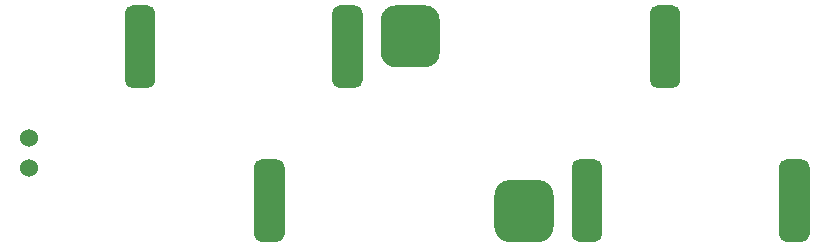
<source format=gts>
%TF.GenerationSoftware,KiCad,Pcbnew,(5.1.9-0-10_14)*%
%TF.CreationDate,2022-02-18T16:21:06-06:00*%
%TF.ProjectId,OwlSat_Z_Panel,4f776c53-6174-45f5-9a5f-50616e656c2e,rev?*%
%TF.SameCoordinates,Original*%
%TF.FileFunction,Soldermask,Top*%
%TF.FilePolarity,Negative*%
%FSLAX46Y46*%
G04 Gerber Fmt 4.6, Leading zero omitted, Abs format (unit mm)*
G04 Created by KiCad (PCBNEW (5.1.9-0-10_14)) date 2022-02-18 16:21:06*
%MOMM*%
%LPD*%
G01*
G04 APERTURE LIST*
%ADD10C,1.524000*%
G04 APERTURE END LIST*
%TO.C,U1*%
G36*
G01*
X123230000Y-72800000D02*
X123230000Y-78500000D01*
G75*
G02*
X122580000Y-79150000I-650000J0D01*
G01*
X121280000Y-79150000D01*
G75*
G02*
X120630000Y-78500000I0J650000D01*
G01*
X120630000Y-72800000D01*
G75*
G02*
X121280000Y-72150000I650000J0D01*
G01*
X122580000Y-72150000D01*
G75*
G02*
X123230000Y-72800000I0J-650000D01*
G01*
G37*
G36*
G01*
X140780000Y-72800000D02*
X140780000Y-78500000D01*
G75*
G02*
X140130000Y-79150000I-650000J0D01*
G01*
X138830000Y-79150000D01*
G75*
G02*
X138180000Y-78500000I0J650000D01*
G01*
X138180000Y-72800000D01*
G75*
G02*
X138830000Y-72150000I650000J0D01*
G01*
X140130000Y-72150000D01*
G75*
G02*
X140780000Y-72800000I0J-650000D01*
G01*
G37*
G36*
G01*
X147310000Y-73395000D02*
X147310000Y-76145000D01*
G75*
G02*
X146060000Y-77395000I-1250000J0D01*
G01*
X143560000Y-77395000D01*
G75*
G02*
X142310000Y-76145000I0J1250000D01*
G01*
X142310000Y-73395000D01*
G75*
G02*
X143560000Y-72145000I1250000J0D01*
G01*
X146060000Y-72145000D01*
G75*
G02*
X147310000Y-73395000I0J-1250000D01*
G01*
G37*
G36*
G01*
X167680000Y-72800000D02*
X167680000Y-78500000D01*
G75*
G02*
X167030000Y-79150000I-650000J0D01*
G01*
X165730000Y-79150000D01*
G75*
G02*
X165080000Y-78500000I0J650000D01*
G01*
X165080000Y-72800000D01*
G75*
G02*
X165730000Y-72150000I650000J0D01*
G01*
X167030000Y-72150000D01*
G75*
G02*
X167680000Y-72800000I0J-650000D01*
G01*
G37*
%TD*%
%TO.C,U2*%
G36*
G01*
X131570000Y-91530000D02*
X131570000Y-85830000D01*
G75*
G02*
X132220000Y-85180000I650000J0D01*
G01*
X133520000Y-85180000D01*
G75*
G02*
X134170000Y-85830000I0J-650000D01*
G01*
X134170000Y-91530000D01*
G75*
G02*
X133520000Y-92180000I-650000J0D01*
G01*
X132220000Y-92180000D01*
G75*
G02*
X131570000Y-91530000I0J650000D01*
G01*
G37*
G36*
G01*
X151940000Y-90935000D02*
X151940000Y-88185000D01*
G75*
G02*
X153190000Y-86935000I1250000J0D01*
G01*
X155690000Y-86935000D01*
G75*
G02*
X156940000Y-88185000I0J-1250000D01*
G01*
X156940000Y-90935000D01*
G75*
G02*
X155690000Y-92185000I-1250000J0D01*
G01*
X153190000Y-92185000D01*
G75*
G02*
X151940000Y-90935000I0J1250000D01*
G01*
G37*
G36*
G01*
X158470000Y-91530000D02*
X158470000Y-85830000D01*
G75*
G02*
X159120000Y-85180000I650000J0D01*
G01*
X160420000Y-85180000D01*
G75*
G02*
X161070000Y-85830000I0J-650000D01*
G01*
X161070000Y-91530000D01*
G75*
G02*
X160420000Y-92180000I-650000J0D01*
G01*
X159120000Y-92180000D01*
G75*
G02*
X158470000Y-91530000I0J650000D01*
G01*
G37*
G36*
G01*
X176020000Y-91530000D02*
X176020000Y-85830000D01*
G75*
G02*
X176670000Y-85180000I650000J0D01*
G01*
X177970000Y-85180000D01*
G75*
G02*
X178620000Y-85830000I0J-650000D01*
G01*
X178620000Y-91530000D01*
G75*
G02*
X177970000Y-92180000I-650000J0D01*
G01*
X176670000Y-92180000D01*
G75*
G02*
X176020000Y-91530000I0J650000D01*
G01*
G37*
%TD*%
D10*
%TO.C,U5*%
X112510000Y-83370000D03*
X112510000Y-85910000D03*
%TD*%
M02*

</source>
